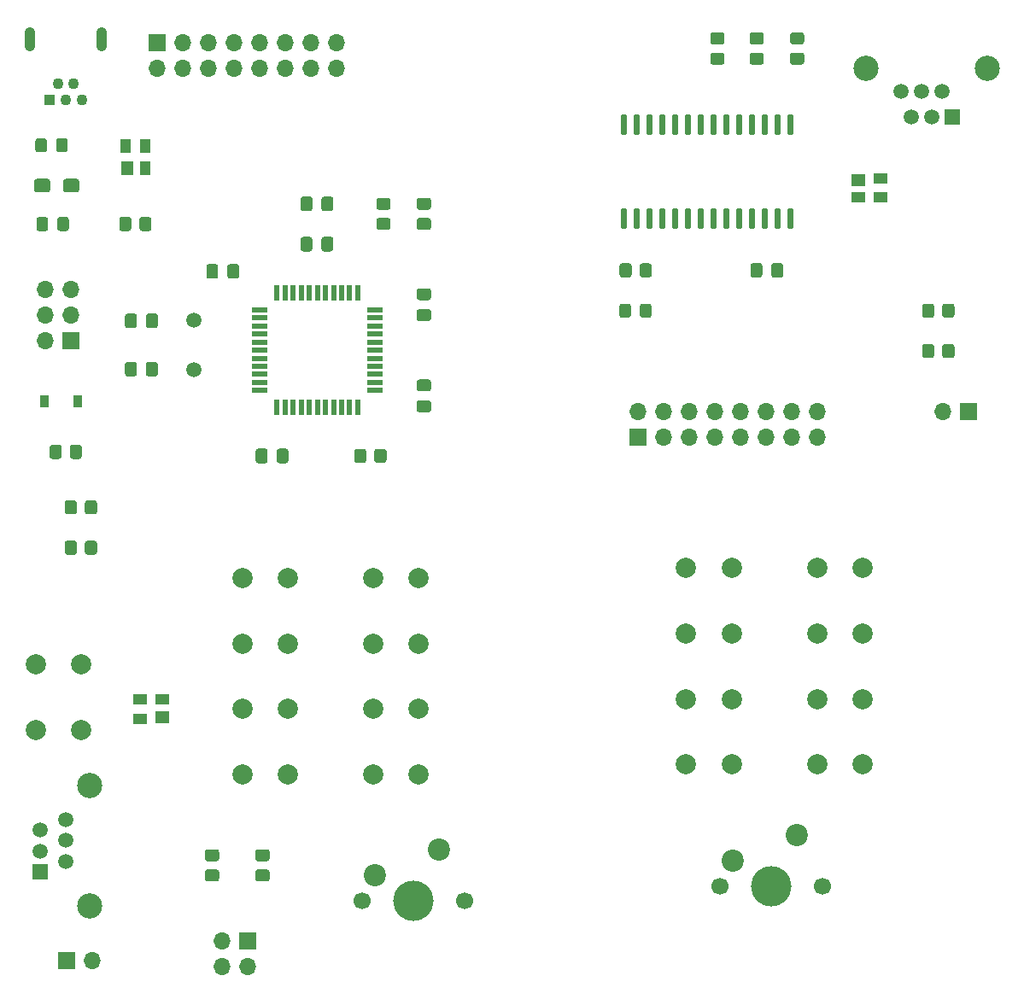
<source format=gts>
%TF.GenerationSoftware,KiCad,Pcbnew,5.1.10-1.fc34*%
%TF.CreationDate,2021-06-27T19:23:10+03:00*%
%TF.ProjectId,poc,706f632e-6b69-4636-9164-5f7063625858,rev?*%
%TF.SameCoordinates,Original*%
%TF.FileFunction,Soldermask,Top*%
%TF.FilePolarity,Negative*%
%FSLAX46Y46*%
G04 Gerber Fmt 4.6, Leading zero omitted, Abs format (unit mm)*
G04 Created by KiCad (PCBNEW 5.1.10-1.fc34) date 2021-06-27 19:23:10*
%MOMM*%
%LPD*%
G01*
G04 APERTURE LIST*
%ADD10O,1.700000X1.700000*%
%ADD11R,1.700000X1.700000*%
%ADD12R,1.400000X1.200000*%
%ADD13R,1.400000X1.000000*%
%ADD14C,2.000000*%
%ADD15C,1.700000*%
%ADD16C,4.000000*%
%ADD17C,2.200000*%
%ADD18C,2.500000*%
%ADD19C,1.520000*%
%ADD20R,1.520000X1.520000*%
%ADD21R,1.200000X1.400000*%
%ADD22R,1.000000X1.400000*%
%ADD23R,0.900000X1.200000*%
%ADD24R,1.100000X1.100000*%
%ADD25C,1.100000*%
%ADD26O,1.100000X2.400000*%
%ADD27R,0.550000X1.500000*%
%ADD28R,1.500000X0.550000*%
%ADD29C,1.500000*%
G04 APERTURE END LIST*
D10*
X102380000Y-61940000D03*
X102380000Y-59400000D03*
X99840000Y-61940000D03*
X99840000Y-59400000D03*
X97300000Y-61940000D03*
X97300000Y-59400000D03*
X94760000Y-61940000D03*
X94760000Y-59400000D03*
X92220000Y-61940000D03*
X92220000Y-59400000D03*
X89680000Y-61940000D03*
X89680000Y-59400000D03*
X87140000Y-61940000D03*
X87140000Y-59400000D03*
X84600000Y-61940000D03*
D11*
X84600000Y-59400000D03*
D10*
X90960000Y-151040000D03*
X93500000Y-151040000D03*
X90960000Y-148500000D03*
D11*
X93500000Y-148500000D03*
D12*
X85100000Y-126270000D03*
D13*
X85100000Y-124550000D03*
X82900000Y-124550000D03*
X82900000Y-126450000D03*
D14*
X106000000Y-112500000D03*
X110500000Y-112500000D03*
X106000000Y-119000000D03*
X110500000Y-119000000D03*
G36*
G01*
X75695000Y-69149999D02*
X75695000Y-70050001D01*
G75*
G02*
X75445001Y-70300000I-249999J0D01*
G01*
X74794999Y-70300000D01*
G75*
G02*
X74545000Y-70050001I0J249999D01*
G01*
X74545000Y-69149999D01*
G75*
G02*
X74794999Y-68900000I249999J0D01*
G01*
X75445001Y-68900000D01*
G75*
G02*
X75695000Y-69149999I0J-249999D01*
G01*
G37*
G36*
G01*
X73645000Y-69149999D02*
X73645000Y-70050001D01*
G75*
G02*
X73395001Y-70300000I-249999J0D01*
G01*
X72744999Y-70300000D01*
G75*
G02*
X72495000Y-70050001I0J249999D01*
G01*
X72495000Y-69149999D01*
G75*
G02*
X72744999Y-68900000I249999J0D01*
G01*
X73395001Y-68900000D01*
G75*
G02*
X73645000Y-69149999I0J-249999D01*
G01*
G37*
G36*
G01*
X95512500Y-99925000D02*
X95512500Y-100875000D01*
G75*
G02*
X95262500Y-101125000I-250000J0D01*
G01*
X94587500Y-101125000D01*
G75*
G02*
X94337500Y-100875000I0J250000D01*
G01*
X94337500Y-99925000D01*
G75*
G02*
X94587500Y-99675000I250000J0D01*
G01*
X95262500Y-99675000D01*
G75*
G02*
X95512500Y-99925000I0J-250000D01*
G01*
G37*
G36*
G01*
X97587500Y-99925000D02*
X97587500Y-100875000D01*
G75*
G02*
X97337500Y-101125000I-250000J0D01*
G01*
X96662500Y-101125000D01*
G75*
G02*
X96412500Y-100875000I0J250000D01*
G01*
X96412500Y-99925000D01*
G75*
G02*
X96662500Y-99675000I250000J0D01*
G01*
X97337500Y-99675000D01*
G75*
G02*
X97587500Y-99925000I0J-250000D01*
G01*
G37*
G36*
G01*
X163600000Y-89549999D02*
X163600000Y-90450001D01*
G75*
G02*
X163350001Y-90700000I-249999J0D01*
G01*
X162649999Y-90700000D01*
G75*
G02*
X162400000Y-90450001I0J249999D01*
G01*
X162400000Y-89549999D01*
G75*
G02*
X162649999Y-89300000I249999J0D01*
G01*
X163350001Y-89300000D01*
G75*
G02*
X163600000Y-89549999I0J-249999D01*
G01*
G37*
G36*
G01*
X161600000Y-89549999D02*
X161600000Y-90450001D01*
G75*
G02*
X161350001Y-90700000I-249999J0D01*
G01*
X160649999Y-90700000D01*
G75*
G02*
X160400000Y-90450001I0J249999D01*
G01*
X160400000Y-89549999D01*
G75*
G02*
X160649999Y-89300000I249999J0D01*
G01*
X161350001Y-89300000D01*
G75*
G02*
X161600000Y-89549999I0J-249999D01*
G01*
G37*
D15*
X150540000Y-143080000D03*
X140380000Y-143080000D03*
D16*
X145460000Y-143080000D03*
D17*
X141650000Y-140540000D03*
X148000000Y-138000000D03*
D10*
X150000000Y-95960000D03*
X150000000Y-98500000D03*
X147460000Y-95960000D03*
X147460000Y-98500000D03*
X144920000Y-95960000D03*
X144920000Y-98500000D03*
X142380000Y-95960000D03*
X142380000Y-98500000D03*
X139840000Y-95960000D03*
X139840000Y-98500000D03*
X137300000Y-95960000D03*
X137300000Y-98500000D03*
X134760000Y-95960000D03*
X134760000Y-98500000D03*
X132220000Y-95960000D03*
D11*
X132220000Y-98500000D03*
D10*
X162460000Y-96000000D03*
D11*
X165000000Y-96000000D03*
D18*
X154850000Y-61960000D03*
D19*
X158300000Y-64260000D03*
X159320000Y-66800000D03*
X160340000Y-64260000D03*
X161360000Y-66800000D03*
X162380000Y-64260000D03*
D18*
X166850000Y-61960000D03*
D20*
X163400000Y-66800000D03*
G36*
G01*
X147549999Y-60400000D02*
X148450001Y-60400000D01*
G75*
G02*
X148700000Y-60649999I0J-249999D01*
G01*
X148700000Y-61350001D01*
G75*
G02*
X148450001Y-61600000I-249999J0D01*
G01*
X147549999Y-61600000D01*
G75*
G02*
X147300000Y-61350001I0J249999D01*
G01*
X147300000Y-60649999D01*
G75*
G02*
X147549999Y-60400000I249999J0D01*
G01*
G37*
G36*
G01*
X147549999Y-58400000D02*
X148450001Y-58400000D01*
G75*
G02*
X148700000Y-58649999I0J-249999D01*
G01*
X148700000Y-59350001D01*
G75*
G02*
X148450001Y-59600000I-249999J0D01*
G01*
X147549999Y-59600000D01*
G75*
G02*
X147300000Y-59350001I0J249999D01*
G01*
X147300000Y-58649999D01*
G75*
G02*
X147549999Y-58400000I249999J0D01*
G01*
G37*
D13*
X156300000Y-72850000D03*
X156300000Y-74750000D03*
X154100000Y-74750000D03*
D12*
X154100000Y-73030000D03*
G36*
G01*
X77400000Y-109950001D02*
X77400000Y-109049999D01*
G75*
G02*
X77649999Y-108800000I249999J0D01*
G01*
X78350001Y-108800000D01*
G75*
G02*
X78600000Y-109049999I0J-249999D01*
G01*
X78600000Y-109950001D01*
G75*
G02*
X78350001Y-110200000I-249999J0D01*
G01*
X77649999Y-110200000D01*
G75*
G02*
X77400000Y-109950001I0J249999D01*
G01*
G37*
G36*
G01*
X75400000Y-109950001D02*
X75400000Y-109049999D01*
G75*
G02*
X75649999Y-108800000I249999J0D01*
G01*
X76350001Y-108800000D01*
G75*
G02*
X76600000Y-109049999I0J-249999D01*
G01*
X76600000Y-109950001D01*
G75*
G02*
X76350001Y-110200000I-249999J0D01*
G01*
X75649999Y-110200000D01*
G75*
G02*
X75400000Y-109950001I0J249999D01*
G01*
G37*
G36*
G01*
X90612500Y-81625000D02*
X90612500Y-82575000D01*
G75*
G02*
X90362500Y-82825000I-250000J0D01*
G01*
X89687500Y-82825000D01*
G75*
G02*
X89437500Y-82575000I0J250000D01*
G01*
X89437500Y-81625000D01*
G75*
G02*
X89687500Y-81375000I250000J0D01*
G01*
X90362500Y-81375000D01*
G75*
G02*
X90612500Y-81625000I0J-250000D01*
G01*
G37*
G36*
G01*
X92687500Y-81625000D02*
X92687500Y-82575000D01*
G75*
G02*
X92437500Y-82825000I-250000J0D01*
G01*
X91762500Y-82825000D01*
G75*
G02*
X91512500Y-82575000I0J250000D01*
G01*
X91512500Y-81625000D01*
G75*
G02*
X91762500Y-81375000I250000J0D01*
G01*
X92437500Y-81375000D01*
G75*
G02*
X92687500Y-81625000I0J-250000D01*
G01*
G37*
G36*
G01*
X75400000Y-105950001D02*
X75400000Y-105049999D01*
G75*
G02*
X75649999Y-104800000I249999J0D01*
G01*
X76350001Y-104800000D01*
G75*
G02*
X76600000Y-105049999I0J-249999D01*
G01*
X76600000Y-105950001D01*
G75*
G02*
X76350001Y-106200000I-249999J0D01*
G01*
X75649999Y-106200000D01*
G75*
G02*
X75400000Y-105950001I0J249999D01*
G01*
G37*
G36*
G01*
X77400000Y-105950001D02*
X77400000Y-105049999D01*
G75*
G02*
X77649999Y-104800000I249999J0D01*
G01*
X78350001Y-104800000D01*
G75*
G02*
X78600000Y-105049999I0J-249999D01*
G01*
X78600000Y-105950001D01*
G75*
G02*
X78350001Y-106200000I-249999J0D01*
G01*
X77649999Y-106200000D01*
G75*
G02*
X77400000Y-105950001I0J249999D01*
G01*
G37*
G36*
G01*
X76825000Y-73174999D02*
X76825000Y-74025001D01*
G75*
G02*
X76575001Y-74275000I-249999J0D01*
G01*
X75499999Y-74275000D01*
G75*
G02*
X75250000Y-74025001I0J249999D01*
G01*
X75250000Y-73174999D01*
G75*
G02*
X75499999Y-72925000I249999J0D01*
G01*
X76575001Y-72925000D01*
G75*
G02*
X76825000Y-73174999I0J-249999D01*
G01*
G37*
G36*
G01*
X73950000Y-73174999D02*
X73950000Y-74025001D01*
G75*
G02*
X73700001Y-74275000I-249999J0D01*
G01*
X72624999Y-74275000D01*
G75*
G02*
X72375000Y-74025001I0J249999D01*
G01*
X72375000Y-73174999D01*
G75*
G02*
X72624999Y-72925000I249999J0D01*
G01*
X73700001Y-72925000D01*
G75*
G02*
X73950000Y-73174999I0J-249999D01*
G01*
G37*
G36*
G01*
X82550000Y-91325000D02*
X82550000Y-92275000D01*
G75*
G02*
X82300000Y-92525000I-250000J0D01*
G01*
X81625000Y-92525000D01*
G75*
G02*
X81375000Y-92275000I0J250000D01*
G01*
X81375000Y-91325000D01*
G75*
G02*
X81625000Y-91075000I250000J0D01*
G01*
X82300000Y-91075000D01*
G75*
G02*
X82550000Y-91325000I0J-250000D01*
G01*
G37*
G36*
G01*
X84625000Y-91325000D02*
X84625000Y-92275000D01*
G75*
G02*
X84375000Y-92525000I-250000J0D01*
G01*
X83700000Y-92525000D01*
G75*
G02*
X83450000Y-92275000I0J250000D01*
G01*
X83450000Y-91325000D01*
G75*
G02*
X83700000Y-91075000I250000J0D01*
G01*
X84375000Y-91075000D01*
G75*
G02*
X84625000Y-91325000I0J-250000D01*
G01*
G37*
G36*
G01*
X84625000Y-86525000D02*
X84625000Y-87475000D01*
G75*
G02*
X84375000Y-87725000I-250000J0D01*
G01*
X83700000Y-87725000D01*
G75*
G02*
X83450000Y-87475000I0J250000D01*
G01*
X83450000Y-86525000D01*
G75*
G02*
X83700000Y-86275000I250000J0D01*
G01*
X84375000Y-86275000D01*
G75*
G02*
X84625000Y-86525000I0J-250000D01*
G01*
G37*
G36*
G01*
X82550000Y-86525000D02*
X82550000Y-87475000D01*
G75*
G02*
X82300000Y-87725000I-250000J0D01*
G01*
X81625000Y-87725000D01*
G75*
G02*
X81375000Y-87475000I0J250000D01*
G01*
X81375000Y-86525000D01*
G75*
G02*
X81625000Y-86275000I250000J0D01*
G01*
X82300000Y-86275000D01*
G75*
G02*
X82550000Y-86525000I0J-250000D01*
G01*
G37*
G36*
G01*
X98775000Y-75875000D02*
X98775000Y-74925000D01*
G75*
G02*
X99025000Y-74675000I250000J0D01*
G01*
X99700000Y-74675000D01*
G75*
G02*
X99950000Y-74925000I0J-250000D01*
G01*
X99950000Y-75875000D01*
G75*
G02*
X99700000Y-76125000I-250000J0D01*
G01*
X99025000Y-76125000D01*
G75*
G02*
X98775000Y-75875000I0J250000D01*
G01*
G37*
G36*
G01*
X100850000Y-75875000D02*
X100850000Y-74925000D01*
G75*
G02*
X101100000Y-74675000I250000J0D01*
G01*
X101775000Y-74675000D01*
G75*
G02*
X102025000Y-74925000I0J-250000D01*
G01*
X102025000Y-75875000D01*
G75*
G02*
X101775000Y-76125000I-250000J0D01*
G01*
X101100000Y-76125000D01*
G75*
G02*
X100850000Y-75875000I0J250000D01*
G01*
G37*
G36*
G01*
X111475000Y-93997500D02*
X110525000Y-93997500D01*
G75*
G02*
X110275000Y-93747500I0J250000D01*
G01*
X110275000Y-93072500D01*
G75*
G02*
X110525000Y-92822500I250000J0D01*
G01*
X111475000Y-92822500D01*
G75*
G02*
X111725000Y-93072500I0J-250000D01*
G01*
X111725000Y-93747500D01*
G75*
G02*
X111475000Y-93997500I-250000J0D01*
G01*
G37*
G36*
G01*
X111475000Y-96072500D02*
X110525000Y-96072500D01*
G75*
G02*
X110275000Y-95822500I0J250000D01*
G01*
X110275000Y-95147500D01*
G75*
G02*
X110525000Y-94897500I250000J0D01*
G01*
X111475000Y-94897500D01*
G75*
G02*
X111725000Y-95147500I0J-250000D01*
G01*
X111725000Y-95822500D01*
G75*
G02*
X111475000Y-96072500I-250000J0D01*
G01*
G37*
G36*
G01*
X98775000Y-79875000D02*
X98775000Y-78925000D01*
G75*
G02*
X99025000Y-78675000I250000J0D01*
G01*
X99700000Y-78675000D01*
G75*
G02*
X99950000Y-78925000I0J-250000D01*
G01*
X99950000Y-79875000D01*
G75*
G02*
X99700000Y-80125000I-250000J0D01*
G01*
X99025000Y-80125000D01*
G75*
G02*
X98775000Y-79875000I0J250000D01*
G01*
G37*
G36*
G01*
X100850000Y-79875000D02*
X100850000Y-78925000D01*
G75*
G02*
X101100000Y-78675000I250000J0D01*
G01*
X101775000Y-78675000D01*
G75*
G02*
X102025000Y-78925000I0J-250000D01*
G01*
X102025000Y-79875000D01*
G75*
G02*
X101775000Y-80125000I-250000J0D01*
G01*
X101100000Y-80125000D01*
G75*
G02*
X100850000Y-79875000I0J250000D01*
G01*
G37*
G36*
G01*
X110525000Y-83775000D02*
X111475000Y-83775000D01*
G75*
G02*
X111725000Y-84025000I0J-250000D01*
G01*
X111725000Y-84700000D01*
G75*
G02*
X111475000Y-84950000I-250000J0D01*
G01*
X110525000Y-84950000D01*
G75*
G02*
X110275000Y-84700000I0J250000D01*
G01*
X110275000Y-84025000D01*
G75*
G02*
X110525000Y-83775000I250000J0D01*
G01*
G37*
G36*
G01*
X110525000Y-85850000D02*
X111475000Y-85850000D01*
G75*
G02*
X111725000Y-86100000I0J-250000D01*
G01*
X111725000Y-86775000D01*
G75*
G02*
X111475000Y-87025000I-250000J0D01*
G01*
X110525000Y-87025000D01*
G75*
G02*
X110275000Y-86775000I0J250000D01*
G01*
X110275000Y-86100000D01*
G75*
G02*
X110525000Y-85850000I250000J0D01*
G01*
G37*
D21*
X81630000Y-71900000D03*
D22*
X83350000Y-71900000D03*
X83350000Y-69700000D03*
X81450000Y-69700000D03*
D23*
X73350000Y-95000000D03*
X76650000Y-95000000D03*
G36*
G01*
X74650000Y-77850001D02*
X74650000Y-76949999D01*
G75*
G02*
X74899999Y-76700000I249999J0D01*
G01*
X75550001Y-76700000D01*
G75*
G02*
X75800000Y-76949999I0J-249999D01*
G01*
X75800000Y-77850001D01*
G75*
G02*
X75550001Y-78100000I-249999J0D01*
G01*
X74899999Y-78100000D01*
G75*
G02*
X74650000Y-77850001I0J249999D01*
G01*
G37*
G36*
G01*
X72600000Y-77850001D02*
X72600000Y-76949999D01*
G75*
G02*
X72849999Y-76700000I249999J0D01*
G01*
X73500001Y-76700000D01*
G75*
G02*
X73750000Y-76949999I0J-249999D01*
G01*
X73750000Y-77850001D01*
G75*
G02*
X73500001Y-78100000I-249999J0D01*
G01*
X72849999Y-78100000D01*
G75*
G02*
X72600000Y-77850001I0J249999D01*
G01*
G37*
G36*
G01*
X133575000Y-85549999D02*
X133575000Y-86450001D01*
G75*
G02*
X133325001Y-86700000I-249999J0D01*
G01*
X132674999Y-86700000D01*
G75*
G02*
X132425000Y-86450001I0J249999D01*
G01*
X132425000Y-85549999D01*
G75*
G02*
X132674999Y-85300000I249999J0D01*
G01*
X133325001Y-85300000D01*
G75*
G02*
X133575000Y-85549999I0J-249999D01*
G01*
G37*
G36*
G01*
X131525000Y-85549999D02*
X131525000Y-86450001D01*
G75*
G02*
X131275001Y-86700000I-249999J0D01*
G01*
X130624999Y-86700000D01*
G75*
G02*
X130375000Y-86450001I0J249999D01*
G01*
X130375000Y-85549999D01*
G75*
G02*
X130624999Y-85300000I249999J0D01*
G01*
X131275001Y-85300000D01*
G75*
G02*
X131525000Y-85549999I0J-249999D01*
G01*
G37*
D24*
X73900000Y-65100000D03*
D25*
X74700000Y-63500000D03*
X75500000Y-65100000D03*
X76300000Y-63500000D03*
X77100000Y-65100000D03*
D26*
X71950000Y-59100000D03*
X79050000Y-59100000D03*
D20*
X73000000Y-141600000D03*
D18*
X77840000Y-145050000D03*
D19*
X75540000Y-140580000D03*
X73000000Y-139560000D03*
X75540000Y-138540000D03*
X73000000Y-137520000D03*
X75540000Y-136500000D03*
D18*
X77840000Y-133050000D03*
D11*
X76000000Y-89000000D03*
D10*
X73460000Y-89000000D03*
X76000000Y-86460000D03*
X73460000Y-86460000D03*
X76000000Y-83920000D03*
X73460000Y-83920000D03*
G36*
G01*
X107450001Y-76000000D02*
X106549999Y-76000000D01*
G75*
G02*
X106300000Y-75750001I0J249999D01*
G01*
X106300000Y-75049999D01*
G75*
G02*
X106549999Y-74800000I249999J0D01*
G01*
X107450001Y-74800000D01*
G75*
G02*
X107700000Y-75049999I0J-249999D01*
G01*
X107700000Y-75750001D01*
G75*
G02*
X107450001Y-76000000I-249999J0D01*
G01*
G37*
G36*
G01*
X107450001Y-78000000D02*
X106549999Y-78000000D01*
G75*
G02*
X106300000Y-77750001I0J249999D01*
G01*
X106300000Y-77049999D01*
G75*
G02*
X106549999Y-76800000I249999J0D01*
G01*
X107450001Y-76800000D01*
G75*
G02*
X107700000Y-77049999I0J-249999D01*
G01*
X107700000Y-77750001D01*
G75*
G02*
X107450001Y-78000000I-249999J0D01*
G01*
G37*
G36*
G01*
X110549999Y-74800000D02*
X111450001Y-74800000D01*
G75*
G02*
X111700000Y-75049999I0J-249999D01*
G01*
X111700000Y-75750001D01*
G75*
G02*
X111450001Y-76000000I-249999J0D01*
G01*
X110549999Y-76000000D01*
G75*
G02*
X110300000Y-75750001I0J249999D01*
G01*
X110300000Y-75049999D01*
G75*
G02*
X110549999Y-74800000I249999J0D01*
G01*
G37*
G36*
G01*
X110549999Y-76800000D02*
X111450001Y-76800000D01*
G75*
G02*
X111700000Y-77049999I0J-249999D01*
G01*
X111700000Y-77750001D01*
G75*
G02*
X111450001Y-78000000I-249999J0D01*
G01*
X110549999Y-78000000D01*
G75*
G02*
X110300000Y-77750001I0J249999D01*
G01*
X110300000Y-77049999D01*
G75*
G02*
X110549999Y-76800000I249999J0D01*
G01*
G37*
G36*
G01*
X73900000Y-100450001D02*
X73900000Y-99549999D01*
G75*
G02*
X74149999Y-99300000I249999J0D01*
G01*
X74850001Y-99300000D01*
G75*
G02*
X75100000Y-99549999I0J-249999D01*
G01*
X75100000Y-100450001D01*
G75*
G02*
X74850001Y-100700000I-249999J0D01*
G01*
X74149999Y-100700000D01*
G75*
G02*
X73900000Y-100450001I0J249999D01*
G01*
G37*
G36*
G01*
X75900000Y-100450001D02*
X75900000Y-99549999D01*
G75*
G02*
X76149999Y-99300000I249999J0D01*
G01*
X76850001Y-99300000D01*
G75*
G02*
X77100000Y-99549999I0J-249999D01*
G01*
X77100000Y-100450001D01*
G75*
G02*
X76850001Y-100700000I-249999J0D01*
G01*
X76149999Y-100700000D01*
G75*
G02*
X75900000Y-100450001I0J249999D01*
G01*
G37*
G36*
G01*
X105300000Y-99949999D02*
X105300000Y-100850001D01*
G75*
G02*
X105050001Y-101100000I-249999J0D01*
G01*
X104349999Y-101100000D01*
G75*
G02*
X104100000Y-100850001I0J249999D01*
G01*
X104100000Y-99949999D01*
G75*
G02*
X104349999Y-99700000I249999J0D01*
G01*
X105050001Y-99700000D01*
G75*
G02*
X105300000Y-99949999I0J-249999D01*
G01*
G37*
G36*
G01*
X107300000Y-99949999D02*
X107300000Y-100850001D01*
G75*
G02*
X107050001Y-101100000I-249999J0D01*
G01*
X106349999Y-101100000D01*
G75*
G02*
X106100000Y-100850001I0J249999D01*
G01*
X106100000Y-99949999D01*
G75*
G02*
X106349999Y-99700000I249999J0D01*
G01*
X107050001Y-99700000D01*
G75*
G02*
X107300000Y-99949999I0J-249999D01*
G01*
G37*
G36*
G01*
X84000000Y-76949999D02*
X84000000Y-77850001D01*
G75*
G02*
X83750001Y-78100000I-249999J0D01*
G01*
X83049999Y-78100000D01*
G75*
G02*
X82800000Y-77850001I0J249999D01*
G01*
X82800000Y-76949999D01*
G75*
G02*
X83049999Y-76700000I249999J0D01*
G01*
X83750001Y-76700000D01*
G75*
G02*
X84000000Y-76949999I0J-249999D01*
G01*
G37*
G36*
G01*
X82000000Y-76949999D02*
X82000000Y-77850001D01*
G75*
G02*
X81750001Y-78100000I-249999J0D01*
G01*
X81049999Y-78100000D01*
G75*
G02*
X80800000Y-77850001I0J249999D01*
G01*
X80800000Y-76949999D01*
G75*
G02*
X81049999Y-76700000I249999J0D01*
G01*
X81750001Y-76700000D01*
G75*
G02*
X82000000Y-76949999I0J-249999D01*
G01*
G37*
G36*
G01*
X90450001Y-142600000D02*
X89549999Y-142600000D01*
G75*
G02*
X89300000Y-142350001I0J249999D01*
G01*
X89300000Y-141649999D01*
G75*
G02*
X89549999Y-141400000I249999J0D01*
G01*
X90450001Y-141400000D01*
G75*
G02*
X90700000Y-141649999I0J-249999D01*
G01*
X90700000Y-142350001D01*
G75*
G02*
X90450001Y-142600000I-249999J0D01*
G01*
G37*
G36*
G01*
X90450001Y-140600000D02*
X89549999Y-140600000D01*
G75*
G02*
X89300000Y-140350001I0J249999D01*
G01*
X89300000Y-139649999D01*
G75*
G02*
X89549999Y-139400000I249999J0D01*
G01*
X90450001Y-139400000D01*
G75*
G02*
X90700000Y-139649999I0J-249999D01*
G01*
X90700000Y-140350001D01*
G75*
G02*
X90450001Y-140600000I-249999J0D01*
G01*
G37*
G36*
G01*
X95450001Y-140600000D02*
X94549999Y-140600000D01*
G75*
G02*
X94300000Y-140350001I0J249999D01*
G01*
X94300000Y-139649999D01*
G75*
G02*
X94549999Y-139400000I249999J0D01*
G01*
X95450001Y-139400000D01*
G75*
G02*
X95700000Y-139649999I0J-249999D01*
G01*
X95700000Y-140350001D01*
G75*
G02*
X95450001Y-140600000I-249999J0D01*
G01*
G37*
G36*
G01*
X95450001Y-142600000D02*
X94549999Y-142600000D01*
G75*
G02*
X94300000Y-142350001I0J249999D01*
G01*
X94300000Y-141649999D01*
G75*
G02*
X94549999Y-141400000I249999J0D01*
G01*
X95450001Y-141400000D01*
G75*
G02*
X95700000Y-141649999I0J-249999D01*
G01*
X95700000Y-142350001D01*
G75*
G02*
X95450001Y-142600000I-249999J0D01*
G01*
G37*
G36*
G01*
X139649999Y-58400000D02*
X140550001Y-58400000D01*
G75*
G02*
X140800000Y-58649999I0J-249999D01*
G01*
X140800000Y-59350001D01*
G75*
G02*
X140550001Y-59600000I-249999J0D01*
G01*
X139649999Y-59600000D01*
G75*
G02*
X139400000Y-59350001I0J249999D01*
G01*
X139400000Y-58649999D01*
G75*
G02*
X139649999Y-58400000I249999J0D01*
G01*
G37*
G36*
G01*
X139649999Y-60400000D02*
X140550001Y-60400000D01*
G75*
G02*
X140800000Y-60649999I0J-249999D01*
G01*
X140800000Y-61350001D01*
G75*
G02*
X140550001Y-61600000I-249999J0D01*
G01*
X139649999Y-61600000D01*
G75*
G02*
X139400000Y-61350001I0J249999D01*
G01*
X139400000Y-60649999D01*
G75*
G02*
X139649999Y-60400000I249999J0D01*
G01*
G37*
G36*
G01*
X144450001Y-61600000D02*
X143549999Y-61600000D01*
G75*
G02*
X143300000Y-61350001I0J249999D01*
G01*
X143300000Y-60649999D01*
G75*
G02*
X143549999Y-60400000I249999J0D01*
G01*
X144450001Y-60400000D01*
G75*
G02*
X144700000Y-60649999I0J-249999D01*
G01*
X144700000Y-61350001D01*
G75*
G02*
X144450001Y-61600000I-249999J0D01*
G01*
G37*
G36*
G01*
X144450001Y-59600000D02*
X143549999Y-59600000D01*
G75*
G02*
X143300000Y-59350001I0J249999D01*
G01*
X143300000Y-58649999D01*
G75*
G02*
X143549999Y-58400000I249999J0D01*
G01*
X144450001Y-58400000D01*
G75*
G02*
X144700000Y-58649999I0J-249999D01*
G01*
X144700000Y-59350001D01*
G75*
G02*
X144450001Y-59600000I-249999J0D01*
G01*
G37*
G36*
G01*
X131600000Y-81549999D02*
X131600000Y-82450001D01*
G75*
G02*
X131350001Y-82700000I-249999J0D01*
G01*
X130649999Y-82700000D01*
G75*
G02*
X130400000Y-82450001I0J249999D01*
G01*
X130400000Y-81549999D01*
G75*
G02*
X130649999Y-81300000I249999J0D01*
G01*
X131350001Y-81300000D01*
G75*
G02*
X131600000Y-81549999I0J-249999D01*
G01*
G37*
G36*
G01*
X133600000Y-81549999D02*
X133600000Y-82450001D01*
G75*
G02*
X133350001Y-82700000I-249999J0D01*
G01*
X132649999Y-82700000D01*
G75*
G02*
X132400000Y-82450001I0J249999D01*
G01*
X132400000Y-81549999D01*
G75*
G02*
X132649999Y-81300000I249999J0D01*
G01*
X133350001Y-81300000D01*
G75*
G02*
X133600000Y-81549999I0J-249999D01*
G01*
G37*
G36*
G01*
X161600000Y-85549999D02*
X161600000Y-86450001D01*
G75*
G02*
X161350001Y-86700000I-249999J0D01*
G01*
X160649999Y-86700000D01*
G75*
G02*
X160400000Y-86450001I0J249999D01*
G01*
X160400000Y-85549999D01*
G75*
G02*
X160649999Y-85300000I249999J0D01*
G01*
X161350001Y-85300000D01*
G75*
G02*
X161600000Y-85549999I0J-249999D01*
G01*
G37*
G36*
G01*
X163600000Y-85549999D02*
X163600000Y-86450001D01*
G75*
G02*
X163350001Y-86700000I-249999J0D01*
G01*
X162649999Y-86700000D01*
G75*
G02*
X162400000Y-86450001I0J249999D01*
G01*
X162400000Y-85549999D01*
G75*
G02*
X162649999Y-85300000I249999J0D01*
G01*
X163350001Y-85300000D01*
G75*
G02*
X163600000Y-85549999I0J-249999D01*
G01*
G37*
D14*
X72500000Y-121100000D03*
X77000000Y-121100000D03*
X72500000Y-127600000D03*
X77000000Y-127600000D03*
X97500000Y-119000000D03*
X93000000Y-119000000D03*
X97500000Y-112500000D03*
X93000000Y-112500000D03*
X93000000Y-125500000D03*
X97500000Y-125500000D03*
X93000000Y-132000000D03*
X97500000Y-132000000D03*
X106000000Y-125500000D03*
X110500000Y-125500000D03*
X106000000Y-132000000D03*
X110500000Y-132000000D03*
X137000000Y-111500000D03*
X141500000Y-111500000D03*
X137000000Y-118000000D03*
X141500000Y-118000000D03*
X137000000Y-124500000D03*
X141500000Y-124500000D03*
X137000000Y-131000000D03*
X141500000Y-131000000D03*
X154500000Y-118000000D03*
X150000000Y-118000000D03*
X154500000Y-111500000D03*
X150000000Y-111500000D03*
X154500000Y-131000000D03*
X150000000Y-131000000D03*
X154500000Y-124500000D03*
X150000000Y-124500000D03*
D17*
X112540000Y-139420000D03*
X106190000Y-141960000D03*
D16*
X110000000Y-144500000D03*
D15*
X104920000Y-144500000D03*
X115080000Y-144500000D03*
D27*
X104450000Y-84210000D03*
X103650000Y-84210000D03*
X102850000Y-84210000D03*
X102050000Y-84210000D03*
X101250000Y-84210000D03*
X100450000Y-84210000D03*
X99650000Y-84210000D03*
X98850000Y-84210000D03*
X98050000Y-84210000D03*
X97250000Y-84210000D03*
X96450000Y-84210000D03*
D28*
X94750000Y-85910000D03*
X94750000Y-86710000D03*
X94750000Y-87510000D03*
X94750000Y-88310000D03*
X94750000Y-89110000D03*
X94750000Y-89910000D03*
X94750000Y-90710000D03*
X94750000Y-91510000D03*
X94750000Y-92310000D03*
X94750000Y-93110000D03*
X94750000Y-93910000D03*
D27*
X96450000Y-95610000D03*
X97250000Y-95610000D03*
X98050000Y-95610000D03*
X98850000Y-95610000D03*
X99650000Y-95610000D03*
X100450000Y-95610000D03*
X101250000Y-95610000D03*
X102050000Y-95610000D03*
X102850000Y-95610000D03*
X103650000Y-95610000D03*
X104450000Y-95610000D03*
D28*
X106150000Y-93910000D03*
X106150000Y-93110000D03*
X106150000Y-92310000D03*
X106150000Y-91510000D03*
X106150000Y-90710000D03*
X106150000Y-89910000D03*
X106150000Y-89110000D03*
X106150000Y-88310000D03*
X106150000Y-87510000D03*
X106150000Y-86710000D03*
X106150000Y-85910000D03*
G36*
G01*
X130995000Y-77875000D02*
X130695000Y-77875000D01*
G75*
G02*
X130545000Y-77725000I0J150000D01*
G01*
X130545000Y-75975000D01*
G75*
G02*
X130695000Y-75825000I150000J0D01*
G01*
X130995000Y-75825000D01*
G75*
G02*
X131145000Y-75975000I0J-150000D01*
G01*
X131145000Y-77725000D01*
G75*
G02*
X130995000Y-77875000I-150000J0D01*
G01*
G37*
G36*
G01*
X132265000Y-77875000D02*
X131965000Y-77875000D01*
G75*
G02*
X131815000Y-77725000I0J150000D01*
G01*
X131815000Y-75975000D01*
G75*
G02*
X131965000Y-75825000I150000J0D01*
G01*
X132265000Y-75825000D01*
G75*
G02*
X132415000Y-75975000I0J-150000D01*
G01*
X132415000Y-77725000D01*
G75*
G02*
X132265000Y-77875000I-150000J0D01*
G01*
G37*
G36*
G01*
X133535000Y-77875000D02*
X133235000Y-77875000D01*
G75*
G02*
X133085000Y-77725000I0J150000D01*
G01*
X133085000Y-75975000D01*
G75*
G02*
X133235000Y-75825000I150000J0D01*
G01*
X133535000Y-75825000D01*
G75*
G02*
X133685000Y-75975000I0J-150000D01*
G01*
X133685000Y-77725000D01*
G75*
G02*
X133535000Y-77875000I-150000J0D01*
G01*
G37*
G36*
G01*
X134805000Y-77875000D02*
X134505000Y-77875000D01*
G75*
G02*
X134355000Y-77725000I0J150000D01*
G01*
X134355000Y-75975000D01*
G75*
G02*
X134505000Y-75825000I150000J0D01*
G01*
X134805000Y-75825000D01*
G75*
G02*
X134955000Y-75975000I0J-150000D01*
G01*
X134955000Y-77725000D01*
G75*
G02*
X134805000Y-77875000I-150000J0D01*
G01*
G37*
G36*
G01*
X136075000Y-77875000D02*
X135775000Y-77875000D01*
G75*
G02*
X135625000Y-77725000I0J150000D01*
G01*
X135625000Y-75975000D01*
G75*
G02*
X135775000Y-75825000I150000J0D01*
G01*
X136075000Y-75825000D01*
G75*
G02*
X136225000Y-75975000I0J-150000D01*
G01*
X136225000Y-77725000D01*
G75*
G02*
X136075000Y-77875000I-150000J0D01*
G01*
G37*
G36*
G01*
X137345000Y-77875000D02*
X137045000Y-77875000D01*
G75*
G02*
X136895000Y-77725000I0J150000D01*
G01*
X136895000Y-75975000D01*
G75*
G02*
X137045000Y-75825000I150000J0D01*
G01*
X137345000Y-75825000D01*
G75*
G02*
X137495000Y-75975000I0J-150000D01*
G01*
X137495000Y-77725000D01*
G75*
G02*
X137345000Y-77875000I-150000J0D01*
G01*
G37*
G36*
G01*
X138615000Y-77875000D02*
X138315000Y-77875000D01*
G75*
G02*
X138165000Y-77725000I0J150000D01*
G01*
X138165000Y-75975000D01*
G75*
G02*
X138315000Y-75825000I150000J0D01*
G01*
X138615000Y-75825000D01*
G75*
G02*
X138765000Y-75975000I0J-150000D01*
G01*
X138765000Y-77725000D01*
G75*
G02*
X138615000Y-77875000I-150000J0D01*
G01*
G37*
G36*
G01*
X139885000Y-77875000D02*
X139585000Y-77875000D01*
G75*
G02*
X139435000Y-77725000I0J150000D01*
G01*
X139435000Y-75975000D01*
G75*
G02*
X139585000Y-75825000I150000J0D01*
G01*
X139885000Y-75825000D01*
G75*
G02*
X140035000Y-75975000I0J-150000D01*
G01*
X140035000Y-77725000D01*
G75*
G02*
X139885000Y-77875000I-150000J0D01*
G01*
G37*
G36*
G01*
X141155000Y-77875000D02*
X140855000Y-77875000D01*
G75*
G02*
X140705000Y-77725000I0J150000D01*
G01*
X140705000Y-75975000D01*
G75*
G02*
X140855000Y-75825000I150000J0D01*
G01*
X141155000Y-75825000D01*
G75*
G02*
X141305000Y-75975000I0J-150000D01*
G01*
X141305000Y-77725000D01*
G75*
G02*
X141155000Y-77875000I-150000J0D01*
G01*
G37*
G36*
G01*
X142425000Y-77875000D02*
X142125000Y-77875000D01*
G75*
G02*
X141975000Y-77725000I0J150000D01*
G01*
X141975000Y-75975000D01*
G75*
G02*
X142125000Y-75825000I150000J0D01*
G01*
X142425000Y-75825000D01*
G75*
G02*
X142575000Y-75975000I0J-150000D01*
G01*
X142575000Y-77725000D01*
G75*
G02*
X142425000Y-77875000I-150000J0D01*
G01*
G37*
G36*
G01*
X143695000Y-77875000D02*
X143395000Y-77875000D01*
G75*
G02*
X143245000Y-77725000I0J150000D01*
G01*
X143245000Y-75975000D01*
G75*
G02*
X143395000Y-75825000I150000J0D01*
G01*
X143695000Y-75825000D01*
G75*
G02*
X143845000Y-75975000I0J-150000D01*
G01*
X143845000Y-77725000D01*
G75*
G02*
X143695000Y-77875000I-150000J0D01*
G01*
G37*
G36*
G01*
X144965000Y-77875000D02*
X144665000Y-77875000D01*
G75*
G02*
X144515000Y-77725000I0J150000D01*
G01*
X144515000Y-75975000D01*
G75*
G02*
X144665000Y-75825000I150000J0D01*
G01*
X144965000Y-75825000D01*
G75*
G02*
X145115000Y-75975000I0J-150000D01*
G01*
X145115000Y-77725000D01*
G75*
G02*
X144965000Y-77875000I-150000J0D01*
G01*
G37*
G36*
G01*
X146235000Y-77875000D02*
X145935000Y-77875000D01*
G75*
G02*
X145785000Y-77725000I0J150000D01*
G01*
X145785000Y-75975000D01*
G75*
G02*
X145935000Y-75825000I150000J0D01*
G01*
X146235000Y-75825000D01*
G75*
G02*
X146385000Y-75975000I0J-150000D01*
G01*
X146385000Y-77725000D01*
G75*
G02*
X146235000Y-77875000I-150000J0D01*
G01*
G37*
G36*
G01*
X147505000Y-77875000D02*
X147205000Y-77875000D01*
G75*
G02*
X147055000Y-77725000I0J150000D01*
G01*
X147055000Y-75975000D01*
G75*
G02*
X147205000Y-75825000I150000J0D01*
G01*
X147505000Y-75825000D01*
G75*
G02*
X147655000Y-75975000I0J-150000D01*
G01*
X147655000Y-77725000D01*
G75*
G02*
X147505000Y-77875000I-150000J0D01*
G01*
G37*
G36*
G01*
X147505000Y-68575000D02*
X147205000Y-68575000D01*
G75*
G02*
X147055000Y-68425000I0J150000D01*
G01*
X147055000Y-66675000D01*
G75*
G02*
X147205000Y-66525000I150000J0D01*
G01*
X147505000Y-66525000D01*
G75*
G02*
X147655000Y-66675000I0J-150000D01*
G01*
X147655000Y-68425000D01*
G75*
G02*
X147505000Y-68575000I-150000J0D01*
G01*
G37*
G36*
G01*
X146235000Y-68575000D02*
X145935000Y-68575000D01*
G75*
G02*
X145785000Y-68425000I0J150000D01*
G01*
X145785000Y-66675000D01*
G75*
G02*
X145935000Y-66525000I150000J0D01*
G01*
X146235000Y-66525000D01*
G75*
G02*
X146385000Y-66675000I0J-150000D01*
G01*
X146385000Y-68425000D01*
G75*
G02*
X146235000Y-68575000I-150000J0D01*
G01*
G37*
G36*
G01*
X144965000Y-68575000D02*
X144665000Y-68575000D01*
G75*
G02*
X144515000Y-68425000I0J150000D01*
G01*
X144515000Y-66675000D01*
G75*
G02*
X144665000Y-66525000I150000J0D01*
G01*
X144965000Y-66525000D01*
G75*
G02*
X145115000Y-66675000I0J-150000D01*
G01*
X145115000Y-68425000D01*
G75*
G02*
X144965000Y-68575000I-150000J0D01*
G01*
G37*
G36*
G01*
X143695000Y-68575000D02*
X143395000Y-68575000D01*
G75*
G02*
X143245000Y-68425000I0J150000D01*
G01*
X143245000Y-66675000D01*
G75*
G02*
X143395000Y-66525000I150000J0D01*
G01*
X143695000Y-66525000D01*
G75*
G02*
X143845000Y-66675000I0J-150000D01*
G01*
X143845000Y-68425000D01*
G75*
G02*
X143695000Y-68575000I-150000J0D01*
G01*
G37*
G36*
G01*
X142425000Y-68575000D02*
X142125000Y-68575000D01*
G75*
G02*
X141975000Y-68425000I0J150000D01*
G01*
X141975000Y-66675000D01*
G75*
G02*
X142125000Y-66525000I150000J0D01*
G01*
X142425000Y-66525000D01*
G75*
G02*
X142575000Y-66675000I0J-150000D01*
G01*
X142575000Y-68425000D01*
G75*
G02*
X142425000Y-68575000I-150000J0D01*
G01*
G37*
G36*
G01*
X141155000Y-68575000D02*
X140855000Y-68575000D01*
G75*
G02*
X140705000Y-68425000I0J150000D01*
G01*
X140705000Y-66675000D01*
G75*
G02*
X140855000Y-66525000I150000J0D01*
G01*
X141155000Y-66525000D01*
G75*
G02*
X141305000Y-66675000I0J-150000D01*
G01*
X141305000Y-68425000D01*
G75*
G02*
X141155000Y-68575000I-150000J0D01*
G01*
G37*
G36*
G01*
X139885000Y-68575000D02*
X139585000Y-68575000D01*
G75*
G02*
X139435000Y-68425000I0J150000D01*
G01*
X139435000Y-66675000D01*
G75*
G02*
X139585000Y-66525000I150000J0D01*
G01*
X139885000Y-66525000D01*
G75*
G02*
X140035000Y-66675000I0J-150000D01*
G01*
X140035000Y-68425000D01*
G75*
G02*
X139885000Y-68575000I-150000J0D01*
G01*
G37*
G36*
G01*
X138615000Y-68575000D02*
X138315000Y-68575000D01*
G75*
G02*
X138165000Y-68425000I0J150000D01*
G01*
X138165000Y-66675000D01*
G75*
G02*
X138315000Y-66525000I150000J0D01*
G01*
X138615000Y-66525000D01*
G75*
G02*
X138765000Y-66675000I0J-150000D01*
G01*
X138765000Y-68425000D01*
G75*
G02*
X138615000Y-68575000I-150000J0D01*
G01*
G37*
G36*
G01*
X137345000Y-68575000D02*
X137045000Y-68575000D01*
G75*
G02*
X136895000Y-68425000I0J150000D01*
G01*
X136895000Y-66675000D01*
G75*
G02*
X137045000Y-66525000I150000J0D01*
G01*
X137345000Y-66525000D01*
G75*
G02*
X137495000Y-66675000I0J-150000D01*
G01*
X137495000Y-68425000D01*
G75*
G02*
X137345000Y-68575000I-150000J0D01*
G01*
G37*
G36*
G01*
X136075000Y-68575000D02*
X135775000Y-68575000D01*
G75*
G02*
X135625000Y-68425000I0J150000D01*
G01*
X135625000Y-66675000D01*
G75*
G02*
X135775000Y-66525000I150000J0D01*
G01*
X136075000Y-66525000D01*
G75*
G02*
X136225000Y-66675000I0J-150000D01*
G01*
X136225000Y-68425000D01*
G75*
G02*
X136075000Y-68575000I-150000J0D01*
G01*
G37*
G36*
G01*
X134805000Y-68575000D02*
X134505000Y-68575000D01*
G75*
G02*
X134355000Y-68425000I0J150000D01*
G01*
X134355000Y-66675000D01*
G75*
G02*
X134505000Y-66525000I150000J0D01*
G01*
X134805000Y-66525000D01*
G75*
G02*
X134955000Y-66675000I0J-150000D01*
G01*
X134955000Y-68425000D01*
G75*
G02*
X134805000Y-68575000I-150000J0D01*
G01*
G37*
G36*
G01*
X133535000Y-68575000D02*
X133235000Y-68575000D01*
G75*
G02*
X133085000Y-68425000I0J150000D01*
G01*
X133085000Y-66675000D01*
G75*
G02*
X133235000Y-66525000I150000J0D01*
G01*
X133535000Y-66525000D01*
G75*
G02*
X133685000Y-66675000I0J-150000D01*
G01*
X133685000Y-68425000D01*
G75*
G02*
X133535000Y-68575000I-150000J0D01*
G01*
G37*
G36*
G01*
X132265000Y-68575000D02*
X131965000Y-68575000D01*
G75*
G02*
X131815000Y-68425000I0J150000D01*
G01*
X131815000Y-66675000D01*
G75*
G02*
X131965000Y-66525000I150000J0D01*
G01*
X132265000Y-66525000D01*
G75*
G02*
X132415000Y-66675000I0J-150000D01*
G01*
X132415000Y-68425000D01*
G75*
G02*
X132265000Y-68575000I-150000J0D01*
G01*
G37*
G36*
G01*
X130995000Y-68575000D02*
X130695000Y-68575000D01*
G75*
G02*
X130545000Y-68425000I0J150000D01*
G01*
X130545000Y-66675000D01*
G75*
G02*
X130695000Y-66525000I150000J0D01*
G01*
X130995000Y-66525000D01*
G75*
G02*
X131145000Y-66675000I0J-150000D01*
G01*
X131145000Y-68425000D01*
G75*
G02*
X130995000Y-68575000I-150000J0D01*
G01*
G37*
D29*
X88190000Y-91840000D03*
X88190000Y-86960000D03*
D11*
X75600000Y-150400000D03*
D10*
X78140000Y-150400000D03*
G36*
G01*
X143375000Y-82475000D02*
X143375000Y-81525000D01*
G75*
G02*
X143625000Y-81275000I250000J0D01*
G01*
X144300000Y-81275000D01*
G75*
G02*
X144550000Y-81525000I0J-250000D01*
G01*
X144550000Y-82475000D01*
G75*
G02*
X144300000Y-82725000I-250000J0D01*
G01*
X143625000Y-82725000D01*
G75*
G02*
X143375000Y-82475000I0J250000D01*
G01*
G37*
G36*
G01*
X145450000Y-82475000D02*
X145450000Y-81525000D01*
G75*
G02*
X145700000Y-81275000I250000J0D01*
G01*
X146375000Y-81275000D01*
G75*
G02*
X146625000Y-81525000I0J-250000D01*
G01*
X146625000Y-82475000D01*
G75*
G02*
X146375000Y-82725000I-250000J0D01*
G01*
X145700000Y-82725000D01*
G75*
G02*
X145450000Y-82475000I0J250000D01*
G01*
G37*
M02*

</source>
